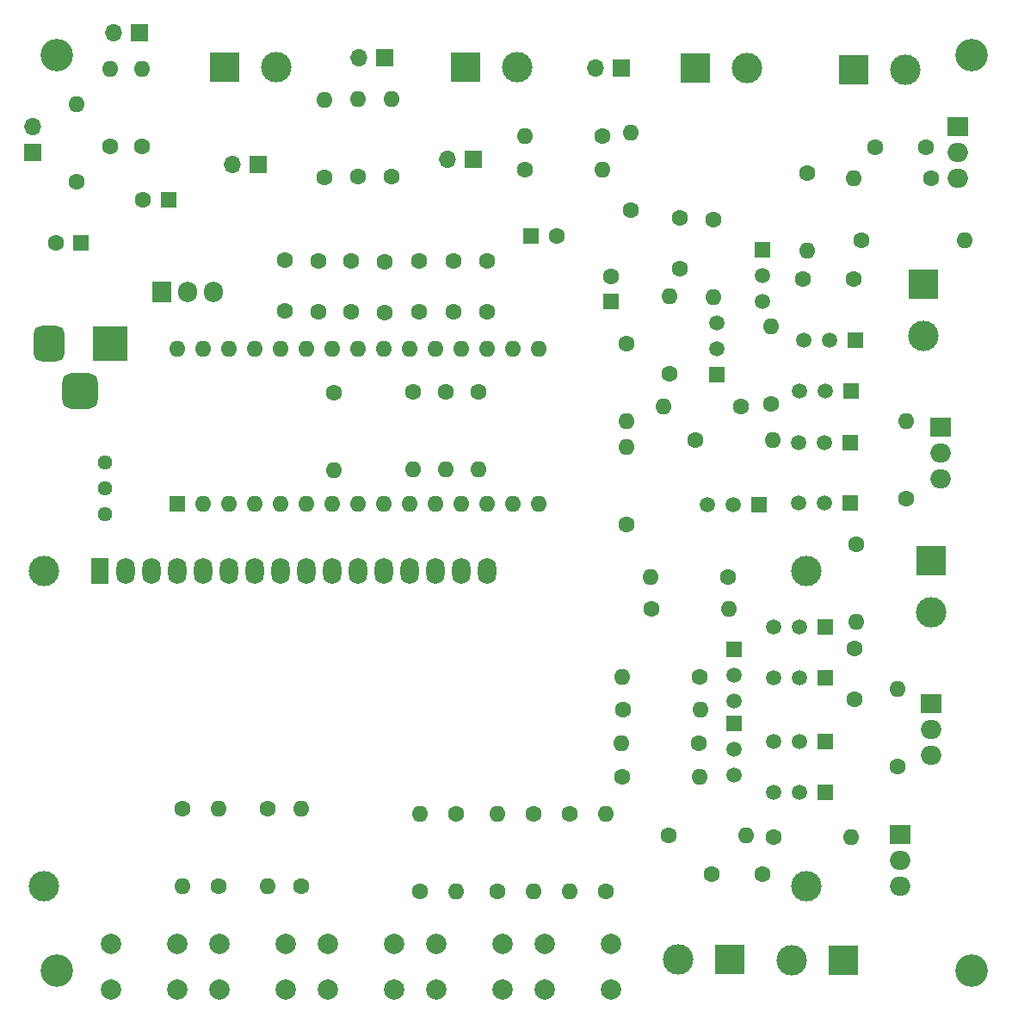
<source format=gbr>
%TF.GenerationSoftware,KiCad,Pcbnew,7.0.11+dfsg-1build4*%
%TF.CreationDate,2025-08-31T19:45:24-05:00*%
%TF.ProjectId,SilentTempController,53696c65-6e74-4546-956d-70436f6e7472,rev?*%
%TF.SameCoordinates,Original*%
%TF.FileFunction,Soldermask,Top*%
%TF.FilePolarity,Negative*%
%FSLAX46Y46*%
G04 Gerber Fmt 4.6, Leading zero omitted, Abs format (unit mm)*
G04 Created by KiCad (PCBNEW 7.0.11+dfsg-1build4) date 2025-08-31 19:45:24*
%MOMM*%
%LPD*%
G01*
G04 APERTURE LIST*
G04 Aperture macros list*
%AMRoundRect*
0 Rectangle with rounded corners*
0 $1 Rounding radius*
0 $2 $3 $4 $5 $6 $7 $8 $9 X,Y pos of 4 corners*
0 Add a 4 corners polygon primitive as box body*
4,1,4,$2,$3,$4,$5,$6,$7,$8,$9,$2,$3,0*
0 Add four circle primitives for the rounded corners*
1,1,$1+$1,$2,$3*
1,1,$1+$1,$4,$5*
1,1,$1+$1,$6,$7*
1,1,$1+$1,$8,$9*
0 Add four rect primitives between the rounded corners*
20,1,$1+$1,$2,$3,$4,$5,0*
20,1,$1+$1,$4,$5,$6,$7,0*
20,1,$1+$1,$6,$7,$8,$9,0*
20,1,$1+$1,$8,$9,$2,$3,0*%
G04 Aperture macros list end*
%ADD10O,1.800000X2.600000*%
%ADD11R,1.800000X2.600000*%
%ADD12C,3.000000*%
%ADD13C,1.600000*%
%ADD14O,1.600000X1.600000*%
%ADD15C,1.500000*%
%ADD16R,1.500000X1.500000*%
%ADD17R,2.000000X1.905000*%
%ADD18O,2.000000X1.905000*%
%ADD19R,1.700000X1.700000*%
%ADD20O,1.700000X1.700000*%
%ADD21C,2.000000*%
%ADD22R,3.000000X3.000000*%
%ADD23R,3.500000X3.500000*%
%ADD24RoundRect,0.750000X-0.750000X-1.000000X0.750000X-1.000000X0.750000X1.000000X-0.750000X1.000000X0*%
%ADD25RoundRect,0.875000X-0.875000X-0.875000X0.875000X-0.875000X0.875000X0.875000X-0.875000X0.875000X0*%
%ADD26R,1.600000X1.600000*%
%ADD27C,1.440000*%
%ADD28R,1.905000X2.000000*%
%ADD29O,1.905000X2.000000*%
%ADD30C,3.200000*%
G04 APERTURE END LIST*
D10*
%TO.C,DS1*%
X147320000Y-105664000D03*
X144780000Y-105664000D03*
X142240000Y-105664000D03*
X139700000Y-105664000D03*
X137160000Y-105664000D03*
X134620000Y-105664000D03*
X132080000Y-105664000D03*
X129540000Y-105664000D03*
X127000000Y-105664000D03*
X124460000Y-105664000D03*
X121920000Y-105664000D03*
X119380000Y-105664000D03*
X116840000Y-105664000D03*
X114300000Y-105664000D03*
X111760000Y-105664000D03*
D11*
X109220000Y-105664000D03*
D12*
X178720000Y-105664000D03*
X178719480Y-136664700D03*
X103720900Y-136664700D03*
X103720900Y-105664000D03*
%TD*%
D13*
%TO.C,R14*%
X151010000Y-66180000D03*
D14*
X158630000Y-66180000D03*
%TD*%
D15*
%TO.C,Q6*%
X175520000Y-116200000D03*
X178060000Y-116200000D03*
D16*
X180600000Y-116200000D03*
%TD*%
D13*
%TO.C,C6*%
X137236200Y-80238600D03*
X137236200Y-75238600D03*
%TD*%
D17*
%TO.C,Q8*%
X191008000Y-118745000D03*
D18*
X191008000Y-121285000D03*
X191008000Y-123825000D03*
%TD*%
D19*
%TO.C,J5*%
X137230000Y-55200000D03*
D20*
X134690000Y-55200000D03*
%TD*%
D13*
%TO.C,C15*%
X174400000Y-135500000D03*
X169400000Y-135500000D03*
%TD*%
%TO.C,R13*%
X158630000Y-62940000D03*
D14*
X151010000Y-62940000D03*
%TD*%
D13*
%TO.C,R29*%
X160610000Y-125950000D03*
D14*
X168230000Y-125950000D03*
%TD*%
D16*
%TO.C,Q5*%
X171600000Y-113400000D03*
D15*
X171600000Y-115940000D03*
X171600000Y-118480000D03*
%TD*%
D21*
%TO.C,SW1*%
X127508000Y-146812000D03*
X121008000Y-146812000D03*
X127508000Y-142312000D03*
X121008000Y-142312000D03*
%TD*%
D13*
%TO.C,R12*%
X161036000Y-83312000D03*
D14*
X161036000Y-90932000D03*
%TD*%
D13*
%TO.C,C13*%
X183388000Y-76962000D03*
X178388000Y-76962000D03*
%TD*%
%TO.C,R27*%
X187690000Y-124870000D03*
D14*
X187690000Y-117250000D03*
%TD*%
D22*
%TO.C,J2*%
X171230000Y-143830000D03*
D12*
X166150000Y-143830000D03*
%TD*%
D13*
%TO.C,C3*%
X147294600Y-80213200D03*
X147294600Y-75213200D03*
%TD*%
%TO.C,R5*%
X140716000Y-137160000D03*
D14*
X140716000Y-129540000D03*
%TD*%
D13*
%TO.C,R36*%
X165252400Y-86258400D03*
D14*
X165252400Y-78638400D03*
%TD*%
D23*
%TO.C,J1*%
X110236000Y-83312000D03*
D24*
X104236000Y-83312000D03*
D25*
X107236000Y-88012000D03*
%TD*%
D26*
%TO.C,C2*%
X107391200Y-73431400D03*
D13*
X104891200Y-73431400D03*
%TD*%
%TO.C,R42*%
X143250000Y-88050000D03*
D14*
X143250000Y-95670000D03*
%TD*%
D22*
%TO.C,J4*%
X167790000Y-56270000D03*
D12*
X172870000Y-56270000D03*
%TD*%
D16*
%TO.C,Q11*%
X180600000Y-122400000D03*
D15*
X178060000Y-122400000D03*
X175520000Y-122400000D03*
%TD*%
D13*
%TO.C,C9*%
X133934200Y-80162400D03*
X133934200Y-75162400D03*
%TD*%
%TO.C,R16*%
X134610000Y-66900000D03*
D14*
X134610000Y-59280000D03*
%TD*%
D13*
%TO.C,R33*%
X184150000Y-73152000D03*
D14*
X194310000Y-73152000D03*
%TD*%
D22*
%TO.C,J14*%
X182372000Y-143930000D03*
D12*
X177292000Y-143930000D03*
%TD*%
D27*
%TO.C,RV1*%
X109728000Y-100076000D03*
X109728000Y-97536000D03*
X109728000Y-94996000D03*
%TD*%
D13*
%TO.C,R17*%
X131300000Y-66960000D03*
D14*
X131300000Y-59340000D03*
%TD*%
D16*
%TO.C,Q13*%
X174396400Y-74117200D03*
D15*
X174396400Y-76657200D03*
X174396400Y-79197200D03*
%TD*%
D13*
%TO.C,R22*%
X171050000Y-106250000D03*
D14*
X163430000Y-106250000D03*
%TD*%
D16*
%TO.C,Q7*%
X180600000Y-111150000D03*
D15*
X178060000Y-111150000D03*
X175520000Y-111150000D03*
%TD*%
D21*
%TO.C,SW3*%
X148844000Y-146812000D03*
X142344000Y-146812000D03*
X148844000Y-142312000D03*
X142344000Y-142312000D03*
%TD*%
D26*
%TO.C,C11*%
X159550000Y-79190000D03*
D13*
X159550000Y-76690000D03*
%TD*%
%TO.C,R18*%
X137920000Y-66870000D03*
D14*
X137920000Y-59250000D03*
%TD*%
D17*
%TO.C,Q3*%
X191897000Y-91541600D03*
D18*
X191897000Y-94081600D03*
X191897000Y-96621600D03*
%TD*%
D13*
%TO.C,R24*%
X168220000Y-116080000D03*
D14*
X160600000Y-116080000D03*
%TD*%
D22*
%TO.C,J15*%
X183388000Y-56388000D03*
D12*
X188468000Y-56388000D03*
%TD*%
D13*
%TO.C,R25*%
X163450000Y-109400000D03*
D14*
X171070000Y-109400000D03*
%TD*%
D22*
%TO.C,J12*%
X190246000Y-77470000D03*
D12*
X190246000Y-82550000D03*
%TD*%
D13*
%TO.C,R26*%
X160680000Y-119320000D03*
D14*
X168300000Y-119320000D03*
%TD*%
D13*
%TO.C,R30*%
X175500000Y-131800000D03*
D14*
X183120000Y-131800000D03*
%TD*%
D22*
%TO.C,J13*%
X191008000Y-104698800D03*
D12*
X191008000Y-109778800D03*
%TD*%
D22*
%TO.C,J8*%
X121480000Y-56170000D03*
D12*
X126560000Y-56170000D03*
%TD*%
D13*
%TO.C,R3*%
X129032000Y-136652000D03*
D14*
X129032000Y-129032000D03*
%TD*%
D13*
%TO.C,R28*%
X168180000Y-122600000D03*
D14*
X160560000Y-122600000D03*
%TD*%
D13*
%TO.C,R20*%
X106960000Y-67400000D03*
D14*
X106960000Y-59780000D03*
%TD*%
D13*
%TO.C,R7*%
X148336000Y-137160000D03*
D14*
X148336000Y-129540000D03*
%TD*%
D13*
%TO.C,R41*%
X140000000Y-88050000D03*
D14*
X140000000Y-95670000D03*
%TD*%
D26*
%TO.C,C1*%
X115976400Y-69189600D03*
D13*
X113476400Y-69189600D03*
%TD*%
D16*
%TO.C,Q9*%
X171600000Y-120650000D03*
D15*
X171600000Y-123190000D03*
X171600000Y-125730000D03*
%TD*%
D13*
%TO.C,R19*%
X110200000Y-63900000D03*
D14*
X110200000Y-56280000D03*
%TD*%
D13*
%TO.C,C16*%
X190460000Y-64008000D03*
X185460000Y-64008000D03*
%TD*%
D16*
%TO.C,Q1*%
X174040800Y-99161600D03*
D15*
X171500800Y-99161600D03*
X168960800Y-99161600D03*
%TD*%
D19*
%TO.C,J10*%
X124780000Y-65740000D03*
D20*
X122240000Y-65740000D03*
%TD*%
D21*
%TO.C,SW4*%
X159512000Y-146812000D03*
X153012000Y-146812000D03*
X159512000Y-142312000D03*
X153012000Y-142312000D03*
%TD*%
D17*
%TO.C,Q12*%
X187960000Y-131572000D03*
D18*
X187960000Y-134112000D03*
X187960000Y-136652000D03*
%TD*%
D16*
%TO.C,Q14*%
X183108600Y-87985600D03*
D15*
X180568600Y-87985600D03*
X178028600Y-87985600D03*
%TD*%
D17*
%TO.C,Q16*%
X193649600Y-61976000D03*
D18*
X193649600Y-64516000D03*
X193649600Y-67056000D03*
%TD*%
D13*
%TO.C,C5*%
X143992600Y-80213200D03*
X143992600Y-75213200D03*
%TD*%
%TO.C,R35*%
X167817800Y-92786200D03*
D14*
X175437800Y-92786200D03*
%TD*%
D13*
%TO.C,R40*%
X183600000Y-103080000D03*
D14*
X183600000Y-110700000D03*
%TD*%
D13*
%TO.C,R44*%
X132250000Y-88140000D03*
D14*
X132250000Y-95760000D03*
%TD*%
D13*
%TO.C,C8*%
X140639800Y-80213200D03*
X140639800Y-75213200D03*
%TD*%
%TO.C,C7*%
X130683000Y-80162400D03*
X130683000Y-75162400D03*
%TD*%
D21*
%TO.C,SW2*%
X138176000Y-146812000D03*
X131676000Y-146812000D03*
X138176000Y-142312000D03*
X131676000Y-142312000D03*
%TD*%
D13*
%TO.C,R6*%
X151892000Y-129540000D03*
D14*
X151892000Y-137160000D03*
%TD*%
D16*
%TO.C,Q10*%
X180610000Y-127400000D03*
D15*
X178070000Y-127400000D03*
X175530000Y-127400000D03*
%TD*%
D28*
%TO.C,U1*%
X115316000Y-78232000D03*
D29*
X117856000Y-78232000D03*
X120396000Y-78232000D03*
%TD*%
D13*
%TO.C,R2*%
X125730000Y-129032000D03*
D14*
X125730000Y-136652000D03*
%TD*%
D13*
%TO.C,R9*%
X159004000Y-137160000D03*
D14*
X159004000Y-129540000D03*
%TD*%
D19*
%TO.C,J9*%
X145990000Y-65180000D03*
D20*
X143450000Y-65180000D03*
%TD*%
D16*
%TO.C,Q4*%
X183007000Y-98983800D03*
D15*
X180467000Y-98983800D03*
X177927000Y-98983800D03*
%TD*%
D26*
%TO.C,A1*%
X116840000Y-99060000D03*
D14*
X119380000Y-99060000D03*
X121920000Y-99060000D03*
X124460000Y-99060000D03*
X127000000Y-99060000D03*
X129540000Y-99060000D03*
X132080000Y-99060000D03*
X134620000Y-99060000D03*
X137160000Y-99060000D03*
X139700000Y-99060000D03*
X142240000Y-99060000D03*
X144780000Y-99060000D03*
X147320000Y-99060000D03*
X149860000Y-99060000D03*
X152400000Y-99060000D03*
X152400000Y-83820000D03*
X149860000Y-83820000D03*
X147320000Y-83820000D03*
X144780000Y-83820000D03*
X142240000Y-83820000D03*
X139700000Y-83820000D03*
X137160000Y-83820000D03*
X134620000Y-83820000D03*
X132080000Y-83820000D03*
X129540000Y-83820000D03*
X127000000Y-83820000D03*
X124460000Y-83820000D03*
X121920000Y-83820000D03*
X119380000Y-83820000D03*
X116840000Y-83820000D03*
%TD*%
D30*
%TO.C,H1*%
X195000000Y-55000000D03*
%TD*%
D13*
%TO.C,R8*%
X155448000Y-129540000D03*
D14*
X155448000Y-137160000D03*
%TD*%
D13*
%TO.C,C10*%
X127431800Y-80137000D03*
X127431800Y-75137000D03*
%TD*%
D26*
%TO.C,C4*%
X151670000Y-72770000D03*
D13*
X154170000Y-72770000D03*
%TD*%
%TO.C,R10*%
X117348000Y-129032000D03*
D14*
X117348000Y-136652000D03*
%TD*%
D13*
%TO.C,R43*%
X146450000Y-88050000D03*
D14*
X146450000Y-95670000D03*
%TD*%
D16*
%TO.C,Q15*%
X183591200Y-82956400D03*
D15*
X181051200Y-82956400D03*
X178511200Y-82956400D03*
%TD*%
D30*
%TO.C,H3*%
X195000000Y-145000000D03*
%TD*%
D13*
%TO.C,R23*%
X188518800Y-98552000D03*
D14*
X188518800Y-90932000D03*
%TD*%
D19*
%TO.C,J7*%
X113090000Y-52800000D03*
D20*
X110550000Y-52800000D03*
%TD*%
D13*
%TO.C,C12*%
X166280000Y-75950000D03*
X166280000Y-70950000D03*
%TD*%
%TO.C,R39*%
X165180000Y-131700000D03*
D14*
X172800000Y-131700000D03*
%TD*%
D30*
%TO.C,H2*%
X105000000Y-55000000D03*
%TD*%
D13*
%TO.C,R15*%
X161440000Y-70190000D03*
D14*
X161440000Y-62570000D03*
%TD*%
D22*
%TO.C,J6*%
X145180000Y-56140000D03*
D12*
X150260000Y-56140000D03*
%TD*%
D13*
%TO.C,R31*%
X172313600Y-89535000D03*
D14*
X164693600Y-89535000D03*
%TD*%
D21*
%TO.C,SW5*%
X116840000Y-146812000D03*
X110340000Y-146812000D03*
X116840000Y-142312000D03*
X110340000Y-142312000D03*
%TD*%
D13*
%TO.C,R11*%
X120904000Y-136652000D03*
D14*
X120904000Y-129032000D03*
%TD*%
D13*
%TO.C,R38*%
X191008000Y-67056000D03*
D14*
X183388000Y-67056000D03*
%TD*%
D19*
%TO.C,J11*%
X102616000Y-64516000D03*
D20*
X102616000Y-61976000D03*
%TD*%
D13*
%TO.C,C14*%
X183500000Y-118300000D03*
X183500000Y-113300000D03*
%TD*%
%TO.C,R32*%
X175234600Y-89281000D03*
D14*
X175234600Y-81661000D03*
%TD*%
D13*
%TO.C,R1*%
X161036000Y-101092000D03*
D14*
X161036000Y-93472000D03*
%TD*%
D16*
%TO.C,Q17*%
X169900600Y-86334600D03*
D15*
X169900600Y-83794600D03*
X169900600Y-81254600D03*
%TD*%
D13*
%TO.C,R21*%
X113340000Y-63900000D03*
D14*
X113340000Y-56280000D03*
%TD*%
D13*
%TO.C,R37*%
X178816000Y-66548000D03*
D14*
X178816000Y-74168000D03*
%TD*%
D16*
%TO.C,Q2*%
X183007000Y-93091000D03*
D15*
X180467000Y-93091000D03*
X177927000Y-93091000D03*
%TD*%
D30*
%TO.C,H4*%
X105000000Y-145000000D03*
%TD*%
D13*
%TO.C,R34*%
X169545000Y-71120000D03*
D14*
X169545000Y-78740000D03*
%TD*%
D19*
%TO.C,J3*%
X160515000Y-56210000D03*
D20*
X157975000Y-56210000D03*
%TD*%
D13*
%TO.C,R4*%
X144272000Y-129540000D03*
D14*
X144272000Y-137160000D03*
%TD*%
M02*

</source>
